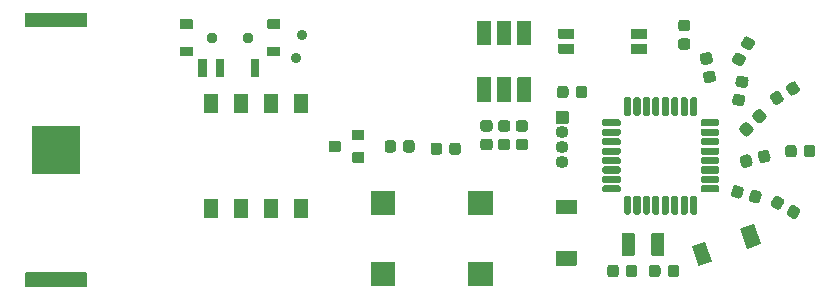
<source format=gbr>
%TF.GenerationSoftware,KiCad,Pcbnew,(5.99.0-1734-g575ad7128)*%
%TF.CreationDate,2020-06-02T15:09:08-04:00*%
%TF.ProjectId,DG376_KiCad,44473337-365f-44b6-9943-61642e6b6963,rev?*%
%TF.SameCoordinates,Original*%
%TF.FileFunction,Soldermask,Top*%
%TF.FilePolarity,Negative*%
%FSLAX46Y46*%
G04 Gerber Fmt 4.6, Leading zero omitted, Abs format (unit mm)*
G04 Created by KiCad (PCBNEW (5.99.0-1734-g575ad7128)) date 2020-06-02 15:09:08*
%MOMM*%
%LPD*%
G01*
G04 APERTURE LIST*
%ADD10O,1.100000X1.100000*%
%ADD11C,0.950000*%
%ADD12C,0.900000*%
G04 APERTURE END LIST*
%TO.C,SW3*%
G36*
G01*
X101660000Y-55300000D02*
X101660000Y-56800000D01*
G75*
G02*
X101610000Y-56850000I-50000J0D01*
G01*
X100510000Y-56850000D01*
G75*
G02*
X100460000Y-56800000I0J50000D01*
G01*
X100460000Y-55300000D01*
G75*
G02*
X100510000Y-55250000I50000J0D01*
G01*
X101610000Y-55250000D01*
G75*
G02*
X101660000Y-55300000I0J-50000D01*
G01*
G37*
G36*
G01*
X99120000Y-55300000D02*
X99120000Y-56800000D01*
G75*
G02*
X99070000Y-56850000I-50000J0D01*
G01*
X97970000Y-56850000D01*
G75*
G02*
X97920000Y-56800000I0J50000D01*
G01*
X97920000Y-55300000D01*
G75*
G02*
X97970000Y-55250000I50000J0D01*
G01*
X99070000Y-55250000D01*
G75*
G02*
X99120000Y-55300000I0J-50000D01*
G01*
G37*
G36*
G01*
X96580000Y-55300000D02*
X96580000Y-56800000D01*
G75*
G02*
X96530000Y-56850000I-50000J0D01*
G01*
X95430000Y-56850000D01*
G75*
G02*
X95380000Y-56800000I0J50000D01*
G01*
X95380000Y-55300000D01*
G75*
G02*
X95430000Y-55250000I50000J0D01*
G01*
X96530000Y-55250000D01*
G75*
G02*
X96580000Y-55300000I0J-50000D01*
G01*
G37*
G36*
G01*
X94040000Y-55300000D02*
X94040000Y-56800000D01*
G75*
G02*
X93990000Y-56850000I-50000J0D01*
G01*
X92890000Y-56850000D01*
G75*
G02*
X92840000Y-56800000I0J50000D01*
G01*
X92840000Y-55300000D01*
G75*
G02*
X92890000Y-55250000I50000J0D01*
G01*
X93990000Y-55250000D01*
G75*
G02*
X94040000Y-55300000I0J-50000D01*
G01*
G37*
G36*
G01*
X101660000Y-64200000D02*
X101660000Y-65700000D01*
G75*
G02*
X101610000Y-65750000I-50000J0D01*
G01*
X100510000Y-65750000D01*
G75*
G02*
X100460000Y-65700000I0J50000D01*
G01*
X100460000Y-64200000D01*
G75*
G02*
X100510000Y-64150000I50000J0D01*
G01*
X101610000Y-64150000D01*
G75*
G02*
X101660000Y-64200000I0J-50000D01*
G01*
G37*
G36*
G01*
X99120000Y-64200000D02*
X99120000Y-65700000D01*
G75*
G02*
X99070000Y-65750000I-50000J0D01*
G01*
X97970000Y-65750000D01*
G75*
G02*
X97920000Y-65700000I0J50000D01*
G01*
X97920000Y-64200000D01*
G75*
G02*
X97970000Y-64150000I50000J0D01*
G01*
X99070000Y-64150000D01*
G75*
G02*
X99120000Y-64200000I0J-50000D01*
G01*
G37*
G36*
G01*
X96580000Y-64200000D02*
X96580000Y-65700000D01*
G75*
G02*
X96530000Y-65750000I-50000J0D01*
G01*
X95430000Y-65750000D01*
G75*
G02*
X95380000Y-65700000I0J50000D01*
G01*
X95380000Y-64200000D01*
G75*
G02*
X95430000Y-64150000I50000J0D01*
G01*
X96530000Y-64150000D01*
G75*
G02*
X96580000Y-64200000I0J-50000D01*
G01*
G37*
G36*
G01*
X94040000Y-64200000D02*
X94040000Y-65700000D01*
G75*
G02*
X93990000Y-65750000I-50000J0D01*
G01*
X92890000Y-65750000D01*
G75*
G02*
X92840000Y-65700000I0J50000D01*
G01*
X92840000Y-64200000D01*
G75*
G02*
X92890000Y-64150000I50000J0D01*
G01*
X93990000Y-64150000D01*
G75*
G02*
X94040000Y-64200000I0J-50000D01*
G01*
G37*
%TD*%
%TO.C,SW7*%
G36*
G01*
X129050000Y-51005000D02*
X130300000Y-51005000D01*
G75*
G02*
X130350000Y-51055000I0J-50000D01*
G01*
X130350000Y-51815000D01*
G75*
G02*
X130300000Y-51865000I-50000J0D01*
G01*
X129050000Y-51865000D01*
G75*
G02*
X129000000Y-51815000I0J50000D01*
G01*
X129000000Y-51055000D01*
G75*
G02*
X129050000Y-51005000I50000J0D01*
G01*
G37*
G36*
G01*
X129050000Y-49735000D02*
X130300000Y-49735000D01*
G75*
G02*
X130350000Y-49785000I0J-50000D01*
G01*
X130350000Y-50545000D01*
G75*
G02*
X130300000Y-50595000I-50000J0D01*
G01*
X129050000Y-50595000D01*
G75*
G02*
X129000000Y-50545000I0J50000D01*
G01*
X129000000Y-49785000D01*
G75*
G02*
X129050000Y-49735000I50000J0D01*
G01*
G37*
G36*
G01*
X122900000Y-51005000D02*
X124150000Y-51005000D01*
G75*
G02*
X124200000Y-51055000I0J-50000D01*
G01*
X124200000Y-51815000D01*
G75*
G02*
X124150000Y-51865000I-50000J0D01*
G01*
X122900000Y-51865000D01*
G75*
G02*
X122850000Y-51815000I0J50000D01*
G01*
X122850000Y-51055000D01*
G75*
G02*
X122900000Y-51005000I50000J0D01*
G01*
G37*
G36*
G01*
X122900000Y-49735000D02*
X124150000Y-49735000D01*
G75*
G02*
X124200000Y-49785000I0J-50000D01*
G01*
X124200000Y-50545000D01*
G75*
G02*
X124150000Y-50595000I-50000J0D01*
G01*
X122900000Y-50595000D01*
G75*
G02*
X122850000Y-50545000I0J50000D01*
G01*
X122850000Y-49785000D01*
G75*
G02*
X122900000Y-49735000I50000J0D01*
G01*
G37*
%TD*%
%TO.C,R7*%
G36*
G01*
X138579072Y-54753396D02*
X138025117Y-54655719D01*
G75*
G02*
X137827397Y-54373345I42327J240047D01*
G01*
X137912051Y-53893252D01*
G75*
G02*
X138194425Y-53695532I240047J-42327D01*
G01*
X138748379Y-53793209D01*
G75*
G02*
X138946099Y-54075583I-42327J-240047D01*
G01*
X138861445Y-54555676D01*
G75*
G02*
X138579071Y-54753396I-240047J42327D01*
G01*
G37*
G36*
G01*
X138305576Y-56304468D02*
X137751621Y-56206791D01*
G75*
G02*
X137553901Y-55924417I42327J240047D01*
G01*
X137638555Y-55444324D01*
G75*
G02*
X137920929Y-55246604I240047J-42327D01*
G01*
X138474883Y-55344281D01*
G75*
G02*
X138672603Y-55626655I-42327J-240047D01*
G01*
X138587949Y-56106748D01*
G75*
G02*
X138305575Y-56304468I-240047J42327D01*
G01*
G37*
%TD*%
%TO.C,R6*%
G36*
G01*
X139717853Y-57679894D02*
X139320106Y-57282146D01*
G75*
G02*
X139320106Y-56937432I172357J172357D01*
G01*
X139664820Y-56592718D01*
G75*
G02*
X140009534Y-56592718I172357J-172357D01*
G01*
X140407282Y-56990466D01*
G75*
G02*
X140407282Y-57335180I-172357J-172357D01*
G01*
X140062568Y-57679894D01*
G75*
G02*
X139717854Y-57679894I-172357J172357D01*
G01*
G37*
G36*
G01*
X138604159Y-58793588D02*
X138206412Y-58395840D01*
G75*
G02*
X138206412Y-58051126I172357J172357D01*
G01*
X138551126Y-57706412D01*
G75*
G02*
X138895840Y-57706412I172357J-172357D01*
G01*
X139293588Y-58104160D01*
G75*
G02*
X139293588Y-58448874I-172357J-172357D01*
G01*
X138948874Y-58793588D01*
G75*
G02*
X138604160Y-58793588I-172357J172357D01*
G01*
G37*
%TD*%
%TO.C,R4*%
G36*
G01*
X139862571Y-60944021D02*
X139716986Y-60400688D01*
G75*
G02*
X139889343Y-60102157I235444J63087D01*
G01*
X140360232Y-59975982D01*
G75*
G02*
X140658763Y-60148339I63087J-235444D01*
G01*
X140804348Y-60691672D01*
G75*
G02*
X140631991Y-60990203I-235444J-63087D01*
G01*
X140161102Y-61116378D01*
G75*
G02*
X139862571Y-60944021I-63087J235444D01*
G01*
G37*
G36*
G01*
X138341237Y-61351661D02*
X138195652Y-60808328D01*
G75*
G02*
X138368009Y-60509797I235444J63087D01*
G01*
X138838898Y-60383622D01*
G75*
G02*
X139137429Y-60555979I63087J-235444D01*
G01*
X139283014Y-61099312D01*
G75*
G02*
X139110657Y-61397843I-235444J-63087D01*
G01*
X138639768Y-61524018D01*
G75*
G02*
X138341237Y-61351661I-63087J235444D01*
G01*
G37*
%TD*%
%TO.C,R3*%
G36*
G01*
X138966985Y-64099312D02*
X139112571Y-63555979D01*
G75*
G02*
X139411102Y-63383622I235444J-63087D01*
G01*
X139881991Y-63509797D01*
G75*
G02*
X140054348Y-63808328I-63087J-235444D01*
G01*
X139908763Y-64351661D01*
G75*
G02*
X139610232Y-64524018I-235444J63087D01*
G01*
X139139343Y-64397843D01*
G75*
G02*
X138966986Y-64099312I63087J235444D01*
G01*
G37*
G36*
G01*
X137445651Y-63691672D02*
X137591237Y-63148339D01*
G75*
G02*
X137889768Y-62975982I235444J-63087D01*
G01*
X138360657Y-63102157D01*
G75*
G02*
X138533014Y-63400688I-63087J-235444D01*
G01*
X138387429Y-63944021D01*
G75*
G02*
X138088898Y-64116378I-235444J63087D01*
G01*
X137618009Y-63990203D01*
G75*
G02*
X137445652Y-63691672I63087J235444D01*
G01*
G37*
%TD*%
%TO.C,C3*%
G36*
G01*
X124300000Y-55381250D02*
X124300000Y-54818750D01*
G75*
G02*
X124543750Y-54575000I243750J0D01*
G01*
X125031250Y-54575000D01*
G75*
G02*
X125275000Y-54818750I0J-243750D01*
G01*
X125275000Y-55381250D01*
G75*
G02*
X125031250Y-55625000I-243750J0D01*
G01*
X124543750Y-55625000D01*
G75*
G02*
X124300000Y-55381250I0J243750D01*
G01*
G37*
G36*
G01*
X122725000Y-55381250D02*
X122725000Y-54818750D01*
G75*
G02*
X122968750Y-54575000I243750J0D01*
G01*
X123456250Y-54575000D01*
G75*
G02*
X123700000Y-54818750I0J-243750D01*
G01*
X123700000Y-55381250D01*
G75*
G02*
X123456250Y-55625000I-243750J0D01*
G01*
X122968750Y-55625000D01*
G75*
G02*
X122725000Y-55381250I0J243750D01*
G01*
G37*
%TD*%
D10*
%TO.C,J1*%
X123150000Y-61060000D03*
X123150000Y-59790000D03*
X123150000Y-58520000D03*
G36*
G01*
X122600000Y-57750000D02*
X122600000Y-56750000D01*
G75*
G02*
X122650000Y-56700000I50000J0D01*
G01*
X123650000Y-56700000D01*
G75*
G02*
X123700000Y-56750000I0J-50000D01*
G01*
X123700000Y-57750000D01*
G75*
G02*
X123650000Y-57800000I-50000J0D01*
G01*
X122650000Y-57800000D01*
G75*
G02*
X122600000Y-57750000I0J50000D01*
G01*
G37*
%TD*%
%TO.C,Y1*%
G36*
G01*
X128200000Y-68900000D02*
X128200000Y-67100000D01*
G75*
G02*
X128250000Y-67050000I50000J0D01*
G01*
X129250000Y-67050000D01*
G75*
G02*
X129300000Y-67100000I0J-50000D01*
G01*
X129300000Y-68900000D01*
G75*
G02*
X129250000Y-68950000I-50000J0D01*
G01*
X128250000Y-68950000D01*
G75*
G02*
X128200000Y-68900000I0J50000D01*
G01*
G37*
G36*
G01*
X130700000Y-68900000D02*
X130700000Y-67100000D01*
G75*
G02*
X130750000Y-67050000I50000J0D01*
G01*
X131750000Y-67050000D01*
G75*
G02*
X131800000Y-67100000I0J-50000D01*
G01*
X131800000Y-68900000D01*
G75*
G02*
X131750000Y-68950000I-50000J0D01*
G01*
X130750000Y-68950000D01*
G75*
G02*
X130700000Y-68900000I0J50000D01*
G01*
G37*
%TD*%
%TO.C,U1*%
G36*
G01*
X127975000Y-63600000D02*
X126675000Y-63600000D01*
G75*
G02*
X126525000Y-63450000I0J150000D01*
G01*
X126525000Y-63150000D01*
G75*
G02*
X126675000Y-63000000I150000J0D01*
G01*
X127975000Y-63000000D01*
G75*
G02*
X128125000Y-63150000I0J-150000D01*
G01*
X128125000Y-63450000D01*
G75*
G02*
X127975000Y-63600000I-150000J0D01*
G01*
G37*
G36*
G01*
X127975000Y-62800000D02*
X126675000Y-62800000D01*
G75*
G02*
X126525000Y-62650000I0J150000D01*
G01*
X126525000Y-62350000D01*
G75*
G02*
X126675000Y-62200000I150000J0D01*
G01*
X127975000Y-62200000D01*
G75*
G02*
X128125000Y-62350000I0J-150000D01*
G01*
X128125000Y-62650000D01*
G75*
G02*
X127975000Y-62800000I-150000J0D01*
G01*
G37*
G36*
G01*
X127975000Y-62000000D02*
X126675000Y-62000000D01*
G75*
G02*
X126525000Y-61850000I0J150000D01*
G01*
X126525000Y-61550000D01*
G75*
G02*
X126675000Y-61400000I150000J0D01*
G01*
X127975000Y-61400000D01*
G75*
G02*
X128125000Y-61550000I0J-150000D01*
G01*
X128125000Y-61850000D01*
G75*
G02*
X127975000Y-62000000I-150000J0D01*
G01*
G37*
G36*
G01*
X127975000Y-61200000D02*
X126675000Y-61200000D01*
G75*
G02*
X126525000Y-61050000I0J150000D01*
G01*
X126525000Y-60750000D01*
G75*
G02*
X126675000Y-60600000I150000J0D01*
G01*
X127975000Y-60600000D01*
G75*
G02*
X128125000Y-60750000I0J-150000D01*
G01*
X128125000Y-61050000D01*
G75*
G02*
X127975000Y-61200000I-150000J0D01*
G01*
G37*
G36*
G01*
X127975000Y-60400000D02*
X126675000Y-60400000D01*
G75*
G02*
X126525000Y-60250000I0J150000D01*
G01*
X126525000Y-59950000D01*
G75*
G02*
X126675000Y-59800000I150000J0D01*
G01*
X127975000Y-59800000D01*
G75*
G02*
X128125000Y-59950000I0J-150000D01*
G01*
X128125000Y-60250000D01*
G75*
G02*
X127975000Y-60400000I-150000J0D01*
G01*
G37*
G36*
G01*
X127975000Y-59600000D02*
X126675000Y-59600000D01*
G75*
G02*
X126525000Y-59450000I0J150000D01*
G01*
X126525000Y-59150000D01*
G75*
G02*
X126675000Y-59000000I150000J0D01*
G01*
X127975000Y-59000000D01*
G75*
G02*
X128125000Y-59150000I0J-150000D01*
G01*
X128125000Y-59450000D01*
G75*
G02*
X127975000Y-59600000I-150000J0D01*
G01*
G37*
G36*
G01*
X127975000Y-58800000D02*
X126675000Y-58800000D01*
G75*
G02*
X126525000Y-58650000I0J150000D01*
G01*
X126525000Y-58350000D01*
G75*
G02*
X126675000Y-58200000I150000J0D01*
G01*
X127975000Y-58200000D01*
G75*
G02*
X128125000Y-58350000I0J-150000D01*
G01*
X128125000Y-58650000D01*
G75*
G02*
X127975000Y-58800000I-150000J0D01*
G01*
G37*
G36*
G01*
X127975000Y-58000000D02*
X126675000Y-58000000D01*
G75*
G02*
X126525000Y-57850000I0J150000D01*
G01*
X126525000Y-57550000D01*
G75*
G02*
X126675000Y-57400000I150000J0D01*
G01*
X127975000Y-57400000D01*
G75*
G02*
X128125000Y-57550000I0J-150000D01*
G01*
X128125000Y-57850000D01*
G75*
G02*
X127975000Y-58000000I-150000J0D01*
G01*
G37*
G36*
G01*
X128850000Y-57125000D02*
X128550000Y-57125000D01*
G75*
G02*
X128400000Y-56975000I0J150000D01*
G01*
X128400000Y-55675000D01*
G75*
G02*
X128550000Y-55525000I150000J0D01*
G01*
X128850000Y-55525000D01*
G75*
G02*
X129000000Y-55675000I0J-150000D01*
G01*
X129000000Y-56975000D01*
G75*
G02*
X128850000Y-57125000I-150000J0D01*
G01*
G37*
G36*
G01*
X129650000Y-57125000D02*
X129350000Y-57125000D01*
G75*
G02*
X129200000Y-56975000I0J150000D01*
G01*
X129200000Y-55675000D01*
G75*
G02*
X129350000Y-55525000I150000J0D01*
G01*
X129650000Y-55525000D01*
G75*
G02*
X129800000Y-55675000I0J-150000D01*
G01*
X129800000Y-56975000D01*
G75*
G02*
X129650000Y-57125000I-150000J0D01*
G01*
G37*
G36*
G01*
X130450000Y-57125000D02*
X130150000Y-57125000D01*
G75*
G02*
X130000000Y-56975000I0J150000D01*
G01*
X130000000Y-55675000D01*
G75*
G02*
X130150000Y-55525000I150000J0D01*
G01*
X130450000Y-55525000D01*
G75*
G02*
X130600000Y-55675000I0J-150000D01*
G01*
X130600000Y-56975000D01*
G75*
G02*
X130450000Y-57125000I-150000J0D01*
G01*
G37*
G36*
G01*
X131250000Y-57125000D02*
X130950000Y-57125000D01*
G75*
G02*
X130800000Y-56975000I0J150000D01*
G01*
X130800000Y-55675000D01*
G75*
G02*
X130950000Y-55525000I150000J0D01*
G01*
X131250000Y-55525000D01*
G75*
G02*
X131400000Y-55675000I0J-150000D01*
G01*
X131400000Y-56975000D01*
G75*
G02*
X131250000Y-57125000I-150000J0D01*
G01*
G37*
G36*
G01*
X132050000Y-57125000D02*
X131750000Y-57125000D01*
G75*
G02*
X131600000Y-56975000I0J150000D01*
G01*
X131600000Y-55675000D01*
G75*
G02*
X131750000Y-55525000I150000J0D01*
G01*
X132050000Y-55525000D01*
G75*
G02*
X132200000Y-55675000I0J-150000D01*
G01*
X132200000Y-56975000D01*
G75*
G02*
X132050000Y-57125000I-150000J0D01*
G01*
G37*
G36*
G01*
X132850000Y-57125000D02*
X132550000Y-57125000D01*
G75*
G02*
X132400000Y-56975000I0J150000D01*
G01*
X132400000Y-55675000D01*
G75*
G02*
X132550000Y-55525000I150000J0D01*
G01*
X132850000Y-55525000D01*
G75*
G02*
X133000000Y-55675000I0J-150000D01*
G01*
X133000000Y-56975000D01*
G75*
G02*
X132850000Y-57125000I-150000J0D01*
G01*
G37*
G36*
G01*
X133650000Y-57125000D02*
X133350000Y-57125000D01*
G75*
G02*
X133200000Y-56975000I0J150000D01*
G01*
X133200000Y-55675000D01*
G75*
G02*
X133350000Y-55525000I150000J0D01*
G01*
X133650000Y-55525000D01*
G75*
G02*
X133800000Y-55675000I0J-150000D01*
G01*
X133800000Y-56975000D01*
G75*
G02*
X133650000Y-57125000I-150000J0D01*
G01*
G37*
G36*
G01*
X134450000Y-57125000D02*
X134150000Y-57125000D01*
G75*
G02*
X134000000Y-56975000I0J150000D01*
G01*
X134000000Y-55675000D01*
G75*
G02*
X134150000Y-55525000I150000J0D01*
G01*
X134450000Y-55525000D01*
G75*
G02*
X134600000Y-55675000I0J-150000D01*
G01*
X134600000Y-56975000D01*
G75*
G02*
X134450000Y-57125000I-150000J0D01*
G01*
G37*
G36*
G01*
X136325000Y-58000000D02*
X135025000Y-58000000D01*
G75*
G02*
X134875000Y-57850000I0J150000D01*
G01*
X134875000Y-57550000D01*
G75*
G02*
X135025000Y-57400000I150000J0D01*
G01*
X136325000Y-57400000D01*
G75*
G02*
X136475000Y-57550000I0J-150000D01*
G01*
X136475000Y-57850000D01*
G75*
G02*
X136325000Y-58000000I-150000J0D01*
G01*
G37*
G36*
G01*
X136325000Y-58800000D02*
X135025000Y-58800000D01*
G75*
G02*
X134875000Y-58650000I0J150000D01*
G01*
X134875000Y-58350000D01*
G75*
G02*
X135025000Y-58200000I150000J0D01*
G01*
X136325000Y-58200000D01*
G75*
G02*
X136475000Y-58350000I0J-150000D01*
G01*
X136475000Y-58650000D01*
G75*
G02*
X136325000Y-58800000I-150000J0D01*
G01*
G37*
G36*
G01*
X136325000Y-59600000D02*
X135025000Y-59600000D01*
G75*
G02*
X134875000Y-59450000I0J150000D01*
G01*
X134875000Y-59150000D01*
G75*
G02*
X135025000Y-59000000I150000J0D01*
G01*
X136325000Y-59000000D01*
G75*
G02*
X136475000Y-59150000I0J-150000D01*
G01*
X136475000Y-59450000D01*
G75*
G02*
X136325000Y-59600000I-150000J0D01*
G01*
G37*
G36*
G01*
X136325000Y-60400000D02*
X135025000Y-60400000D01*
G75*
G02*
X134875000Y-60250000I0J150000D01*
G01*
X134875000Y-59950000D01*
G75*
G02*
X135025000Y-59800000I150000J0D01*
G01*
X136325000Y-59800000D01*
G75*
G02*
X136475000Y-59950000I0J-150000D01*
G01*
X136475000Y-60250000D01*
G75*
G02*
X136325000Y-60400000I-150000J0D01*
G01*
G37*
G36*
G01*
X136325000Y-61200000D02*
X135025000Y-61200000D01*
G75*
G02*
X134875000Y-61050000I0J150000D01*
G01*
X134875000Y-60750000D01*
G75*
G02*
X135025000Y-60600000I150000J0D01*
G01*
X136325000Y-60600000D01*
G75*
G02*
X136475000Y-60750000I0J-150000D01*
G01*
X136475000Y-61050000D01*
G75*
G02*
X136325000Y-61200000I-150000J0D01*
G01*
G37*
G36*
G01*
X136325000Y-62000000D02*
X135025000Y-62000000D01*
G75*
G02*
X134875000Y-61850000I0J150000D01*
G01*
X134875000Y-61550000D01*
G75*
G02*
X135025000Y-61400000I150000J0D01*
G01*
X136325000Y-61400000D01*
G75*
G02*
X136475000Y-61550000I0J-150000D01*
G01*
X136475000Y-61850000D01*
G75*
G02*
X136325000Y-62000000I-150000J0D01*
G01*
G37*
G36*
G01*
X136325000Y-62800000D02*
X135025000Y-62800000D01*
G75*
G02*
X134875000Y-62650000I0J150000D01*
G01*
X134875000Y-62350000D01*
G75*
G02*
X135025000Y-62200000I150000J0D01*
G01*
X136325000Y-62200000D01*
G75*
G02*
X136475000Y-62350000I0J-150000D01*
G01*
X136475000Y-62650000D01*
G75*
G02*
X136325000Y-62800000I-150000J0D01*
G01*
G37*
G36*
G01*
X136325000Y-63600000D02*
X135025000Y-63600000D01*
G75*
G02*
X134875000Y-63450000I0J150000D01*
G01*
X134875000Y-63150000D01*
G75*
G02*
X135025000Y-63000000I150000J0D01*
G01*
X136325000Y-63000000D01*
G75*
G02*
X136475000Y-63150000I0J-150000D01*
G01*
X136475000Y-63450000D01*
G75*
G02*
X136325000Y-63600000I-150000J0D01*
G01*
G37*
G36*
G01*
X134450000Y-65475000D02*
X134150000Y-65475000D01*
G75*
G02*
X134000000Y-65325000I0J150000D01*
G01*
X134000000Y-64025000D01*
G75*
G02*
X134150000Y-63875000I150000J0D01*
G01*
X134450000Y-63875000D01*
G75*
G02*
X134600000Y-64025000I0J-150000D01*
G01*
X134600000Y-65325000D01*
G75*
G02*
X134450000Y-65475000I-150000J0D01*
G01*
G37*
G36*
G01*
X133650000Y-65475000D02*
X133350000Y-65475000D01*
G75*
G02*
X133200000Y-65325000I0J150000D01*
G01*
X133200000Y-64025000D01*
G75*
G02*
X133350000Y-63875000I150000J0D01*
G01*
X133650000Y-63875000D01*
G75*
G02*
X133800000Y-64025000I0J-150000D01*
G01*
X133800000Y-65325000D01*
G75*
G02*
X133650000Y-65475000I-150000J0D01*
G01*
G37*
G36*
G01*
X132850000Y-65475000D02*
X132550000Y-65475000D01*
G75*
G02*
X132400000Y-65325000I0J150000D01*
G01*
X132400000Y-64025000D01*
G75*
G02*
X132550000Y-63875000I150000J0D01*
G01*
X132850000Y-63875000D01*
G75*
G02*
X133000000Y-64025000I0J-150000D01*
G01*
X133000000Y-65325000D01*
G75*
G02*
X132850000Y-65475000I-150000J0D01*
G01*
G37*
G36*
G01*
X132050000Y-65475000D02*
X131750000Y-65475000D01*
G75*
G02*
X131600000Y-65325000I0J150000D01*
G01*
X131600000Y-64025000D01*
G75*
G02*
X131750000Y-63875000I150000J0D01*
G01*
X132050000Y-63875000D01*
G75*
G02*
X132200000Y-64025000I0J-150000D01*
G01*
X132200000Y-65325000D01*
G75*
G02*
X132050000Y-65475000I-150000J0D01*
G01*
G37*
G36*
G01*
X131250000Y-65475000D02*
X130950000Y-65475000D01*
G75*
G02*
X130800000Y-65325000I0J150000D01*
G01*
X130800000Y-64025000D01*
G75*
G02*
X130950000Y-63875000I150000J0D01*
G01*
X131250000Y-63875000D01*
G75*
G02*
X131400000Y-64025000I0J-150000D01*
G01*
X131400000Y-65325000D01*
G75*
G02*
X131250000Y-65475000I-150000J0D01*
G01*
G37*
G36*
G01*
X130450000Y-65475000D02*
X130150000Y-65475000D01*
G75*
G02*
X130000000Y-65325000I0J150000D01*
G01*
X130000000Y-64025000D01*
G75*
G02*
X130150000Y-63875000I150000J0D01*
G01*
X130450000Y-63875000D01*
G75*
G02*
X130600000Y-64025000I0J-150000D01*
G01*
X130600000Y-65325000D01*
G75*
G02*
X130450000Y-65475000I-150000J0D01*
G01*
G37*
G36*
G01*
X129650000Y-65475000D02*
X129350000Y-65475000D01*
G75*
G02*
X129200000Y-65325000I0J150000D01*
G01*
X129200000Y-64025000D01*
G75*
G02*
X129350000Y-63875000I150000J0D01*
G01*
X129650000Y-63875000D01*
G75*
G02*
X129800000Y-64025000I0J-150000D01*
G01*
X129800000Y-65325000D01*
G75*
G02*
X129650000Y-65475000I-150000J0D01*
G01*
G37*
G36*
G01*
X128850000Y-65475000D02*
X128550000Y-65475000D01*
G75*
G02*
X128400000Y-65325000I0J150000D01*
G01*
X128400000Y-64025000D01*
G75*
G02*
X128550000Y-63875000I150000J0D01*
G01*
X128850000Y-63875000D01*
G75*
G02*
X129000000Y-64025000I0J-150000D01*
G01*
X129000000Y-65325000D01*
G75*
G02*
X128850000Y-65475000I-150000J0D01*
G01*
G37*
%TD*%
%TO.C,SW6*%
G36*
G01*
X122650000Y-68550000D02*
X124350000Y-68550000D01*
G75*
G02*
X124400000Y-68600000I0J-50000D01*
G01*
X124400000Y-69750000D01*
G75*
G02*
X124350000Y-69800000I-50000J0D01*
G01*
X122650000Y-69800000D01*
G75*
G02*
X122600000Y-69750000I0J50000D01*
G01*
X122600000Y-68600000D01*
G75*
G02*
X122650000Y-68550000I50000J0D01*
G01*
G37*
G36*
G01*
X122650000Y-64200000D02*
X124350000Y-64200000D01*
G75*
G02*
X124400000Y-64250000I0J-50000D01*
G01*
X124400000Y-65400000D01*
G75*
G02*
X124350000Y-65450000I-50000J0D01*
G01*
X122650000Y-65450000D01*
G75*
G02*
X122600000Y-65400000I0J50000D01*
G01*
X122600000Y-64250000D01*
G75*
G02*
X122650000Y-64200000I50000J0D01*
G01*
G37*
%TD*%
%TO.C,SW5*%
G36*
G01*
X135296591Y-67787499D02*
X135878025Y-69384976D01*
G75*
G02*
X135848141Y-69449062I-46985J-17101D01*
G01*
X134767495Y-69842385D01*
G75*
G02*
X134703409Y-69812501I-17101J46985D01*
G01*
X134121975Y-68215024D01*
G75*
G02*
X134151859Y-68150938I46985J17101D01*
G01*
X135232505Y-67757615D01*
G75*
G02*
X135296591Y-67787499I17101J-46985D01*
G01*
G37*
G36*
G01*
X139384253Y-66299711D02*
X139965687Y-67897188D01*
G75*
G02*
X139935803Y-67961274I-46985J-17101D01*
G01*
X138855157Y-68354597D01*
G75*
G02*
X138791071Y-68324713I-17101J46985D01*
G01*
X138209637Y-66727236D01*
G75*
G02*
X138239521Y-66663150I46985J17101D01*
G01*
X139320167Y-66269827D01*
G75*
G02*
X139384253Y-66299711I17101J-46985D01*
G01*
G37*
%TD*%
%TO.C,SW4*%
G36*
G01*
X117250000Y-65550000D02*
X115250000Y-65550000D01*
G75*
G02*
X115200000Y-65500000I0J50000D01*
G01*
X115200000Y-63500000D01*
G75*
G02*
X115250000Y-63450000I50000J0D01*
G01*
X117250000Y-63450000D01*
G75*
G02*
X117300000Y-63500000I0J-50000D01*
G01*
X117300000Y-65500000D01*
G75*
G02*
X117250000Y-65550000I-50000J0D01*
G01*
G37*
G36*
G01*
X117250000Y-71550000D02*
X115250000Y-71550000D01*
G75*
G02*
X115200000Y-71500000I0J50000D01*
G01*
X115200000Y-69500000D01*
G75*
G02*
X115250000Y-69450000I50000J0D01*
G01*
X117250000Y-69450000D01*
G75*
G02*
X117300000Y-69500000I0J-50000D01*
G01*
X117300000Y-71500000D01*
G75*
G02*
X117250000Y-71550000I-50000J0D01*
G01*
G37*
%TD*%
%TO.C,SW2*%
G36*
G01*
X107000000Y-69450000D02*
X109000000Y-69450000D01*
G75*
G02*
X109050000Y-69500000I0J-50000D01*
G01*
X109050000Y-71500000D01*
G75*
G02*
X109000000Y-71550000I-50000J0D01*
G01*
X107000000Y-71550000D01*
G75*
G02*
X106950000Y-71500000I0J50000D01*
G01*
X106950000Y-69500000D01*
G75*
G02*
X107000000Y-69450000I50000J0D01*
G01*
G37*
G36*
G01*
X107000000Y-63450000D02*
X109000000Y-63450000D01*
G75*
G02*
X109050000Y-63500000I0J-50000D01*
G01*
X109050000Y-65500000D01*
G75*
G02*
X109000000Y-65550000I-50000J0D01*
G01*
X107000000Y-65550000D01*
G75*
G02*
X106950000Y-65500000I0J50000D01*
G01*
X106950000Y-63500000D01*
G75*
G02*
X107000000Y-63450000I50000J0D01*
G01*
G37*
%TD*%
%TO.C,SW1*%
G36*
G01*
X93070000Y-52314000D02*
X93070000Y-53814000D01*
G75*
G02*
X93020000Y-53864000I-50000J0D01*
G01*
X92420000Y-53864000D01*
G75*
G02*
X92370000Y-53814000I0J50000D01*
G01*
X92370000Y-52314000D01*
G75*
G02*
X92420000Y-52264000I50000J0D01*
G01*
X93020000Y-52264000D01*
G75*
G02*
X93070000Y-52314000I0J-50000D01*
G01*
G37*
G36*
G01*
X94520000Y-52314000D02*
X94520000Y-53814000D01*
G75*
G02*
X94470000Y-53864000I-50000J0D01*
G01*
X93870000Y-53864000D01*
G75*
G02*
X93820000Y-53814000I0J50000D01*
G01*
X93820000Y-52314000D01*
G75*
G02*
X93870000Y-52264000I50000J0D01*
G01*
X94470000Y-52264000D01*
G75*
G02*
X94520000Y-52314000I0J-50000D01*
G01*
G37*
D11*
X93550000Y-50500000D03*
X96550000Y-50500000D03*
G36*
G01*
X97520000Y-52314000D02*
X97520000Y-53814000D01*
G75*
G02*
X97470000Y-53864000I-50000J0D01*
G01*
X96870000Y-53864000D01*
G75*
G02*
X96820000Y-53814000I0J50000D01*
G01*
X96820000Y-52314000D01*
G75*
G02*
X96870000Y-52264000I50000J0D01*
G01*
X97470000Y-52264000D01*
G75*
G02*
X97520000Y-52314000I0J-50000D01*
G01*
G37*
G36*
G01*
X91900000Y-51300000D02*
X91900000Y-52000000D01*
G75*
G02*
X91850000Y-52050000I-50000J0D01*
G01*
X90850000Y-52050000D01*
G75*
G02*
X90800000Y-52000000I0J50000D01*
G01*
X90800000Y-51300000D01*
G75*
G02*
X90850000Y-51250000I50000J0D01*
G01*
X91850000Y-51250000D01*
G75*
G02*
X91900000Y-51300000I0J-50000D01*
G01*
G37*
G36*
G01*
X99300000Y-51300000D02*
X99300000Y-52000000D01*
G75*
G02*
X99250000Y-52050000I-50000J0D01*
G01*
X98250000Y-52050000D01*
G75*
G02*
X98200000Y-52000000I0J50000D01*
G01*
X98200000Y-51300000D01*
G75*
G02*
X98250000Y-51250000I50000J0D01*
G01*
X99250000Y-51250000D01*
G75*
G02*
X99300000Y-51300000I0J-50000D01*
G01*
G37*
G36*
G01*
X91900000Y-49000000D02*
X91900000Y-49700000D01*
G75*
G02*
X91850000Y-49750000I-50000J0D01*
G01*
X90850000Y-49750000D01*
G75*
G02*
X90800000Y-49700000I0J50000D01*
G01*
X90800000Y-49000000D01*
G75*
G02*
X90850000Y-48950000I50000J0D01*
G01*
X91850000Y-48950000D01*
G75*
G02*
X91900000Y-49000000I0J-50000D01*
G01*
G37*
G36*
G01*
X99300000Y-49000000D02*
X99300000Y-49700000D01*
G75*
G02*
X99250000Y-49750000I-50000J0D01*
G01*
X98250000Y-49750000D01*
G75*
G02*
X98200000Y-49700000I0J50000D01*
G01*
X98200000Y-49000000D01*
G75*
G02*
X98250000Y-48950000I50000J0D01*
G01*
X99250000Y-48950000D01*
G75*
G02*
X99300000Y-49000000I0J-50000D01*
G01*
G37*
%TD*%
%TO.C,R12*%
G36*
G01*
X109700000Y-59981250D02*
X109700000Y-59418750D01*
G75*
G02*
X109943750Y-59175000I243750J0D01*
G01*
X110431250Y-59175000D01*
G75*
G02*
X110675000Y-59418750I0J-243750D01*
G01*
X110675000Y-59981250D01*
G75*
G02*
X110431250Y-60225000I-243750J0D01*
G01*
X109943750Y-60225000D01*
G75*
G02*
X109700000Y-59981250I0J243750D01*
G01*
G37*
G36*
G01*
X108125000Y-59981250D02*
X108125000Y-59418750D01*
G75*
G02*
X108368750Y-59175000I243750J0D01*
G01*
X108856250Y-59175000D01*
G75*
G02*
X109100000Y-59418750I0J-243750D01*
G01*
X109100000Y-59981250D01*
G75*
G02*
X108856250Y-60225000I-243750J0D01*
G01*
X108368750Y-60225000D01*
G75*
G02*
X108125000Y-59981250I0J243750D01*
G01*
G37*
%TD*%
%TO.C,R11*%
G36*
G01*
X113000000Y-59618750D02*
X113000000Y-60181250D01*
G75*
G02*
X112756250Y-60425000I-243750J0D01*
G01*
X112268750Y-60425000D01*
G75*
G02*
X112025000Y-60181250I0J243750D01*
G01*
X112025000Y-59618750D01*
G75*
G02*
X112268750Y-59375000I243750J0D01*
G01*
X112756250Y-59375000D01*
G75*
G02*
X113000000Y-59618750I0J-243750D01*
G01*
G37*
G36*
G01*
X114575000Y-59618750D02*
X114575000Y-60181250D01*
G75*
G02*
X114331250Y-60425000I-243750J0D01*
G01*
X113843750Y-60425000D01*
G75*
G02*
X113600000Y-60181250I0J243750D01*
G01*
X113600000Y-59618750D01*
G75*
G02*
X113843750Y-59375000I243750J0D01*
G01*
X114331250Y-59375000D01*
G75*
G02*
X114575000Y-59618750I0J-243750D01*
G01*
G37*
%TD*%
%TO.C,R10*%
G36*
G01*
X119468750Y-59050000D02*
X120031250Y-59050000D01*
G75*
G02*
X120275000Y-59293750I0J-243750D01*
G01*
X120275000Y-59781250D01*
G75*
G02*
X120031250Y-60025000I-243750J0D01*
G01*
X119468750Y-60025000D01*
G75*
G02*
X119225000Y-59781250I0J243750D01*
G01*
X119225000Y-59293750D01*
G75*
G02*
X119468750Y-59050000I243750J0D01*
G01*
G37*
G36*
G01*
X119468750Y-57475000D02*
X120031250Y-57475000D01*
G75*
G02*
X120275000Y-57718750I0J-243750D01*
G01*
X120275000Y-58206250D01*
G75*
G02*
X120031250Y-58450000I-243750J0D01*
G01*
X119468750Y-58450000D01*
G75*
G02*
X119225000Y-58206250I0J243750D01*
G01*
X119225000Y-57718750D01*
G75*
G02*
X119468750Y-57475000I243750J0D01*
G01*
G37*
%TD*%
%TO.C,R9*%
G36*
G01*
X117968750Y-59050000D02*
X118531250Y-59050000D01*
G75*
G02*
X118775000Y-59293750I0J-243750D01*
G01*
X118775000Y-59781250D01*
G75*
G02*
X118531250Y-60025000I-243750J0D01*
G01*
X117968750Y-60025000D01*
G75*
G02*
X117725000Y-59781250I0J243750D01*
G01*
X117725000Y-59293750D01*
G75*
G02*
X117968750Y-59050000I243750J0D01*
G01*
G37*
G36*
G01*
X117968750Y-57475000D02*
X118531250Y-57475000D01*
G75*
G02*
X118775000Y-57718750I0J-243750D01*
G01*
X118775000Y-58206250D01*
G75*
G02*
X118531250Y-58450000I-243750J0D01*
G01*
X117968750Y-58450000D01*
G75*
G02*
X117725000Y-58206250I0J243750D01*
G01*
X117725000Y-57718750D01*
G75*
G02*
X117968750Y-57475000I243750J0D01*
G01*
G37*
%TD*%
%TO.C,R8*%
G36*
G01*
X116468750Y-59050000D02*
X117031250Y-59050000D01*
G75*
G02*
X117275000Y-59293750I0J-243750D01*
G01*
X117275000Y-59781250D01*
G75*
G02*
X117031250Y-60025000I-243750J0D01*
G01*
X116468750Y-60025000D01*
G75*
G02*
X116225000Y-59781250I0J243750D01*
G01*
X116225000Y-59293750D01*
G75*
G02*
X116468750Y-59050000I243750J0D01*
G01*
G37*
G36*
G01*
X116468750Y-57475000D02*
X117031250Y-57475000D01*
G75*
G02*
X117275000Y-57718750I0J-243750D01*
G01*
X117275000Y-58206250D01*
G75*
G02*
X117031250Y-58450000I-243750J0D01*
G01*
X116468750Y-58450000D01*
G75*
G02*
X116225000Y-58206250I0J243750D01*
G01*
X116225000Y-57718750D01*
G75*
G02*
X116468750Y-57475000I243750J0D01*
G01*
G37*
%TD*%
%TO.C,R5*%
G36*
G01*
X135724883Y-52685719D02*
X135170929Y-52783396D01*
G75*
G02*
X134888555Y-52585676I-42327J240047D01*
G01*
X134803901Y-52105583D01*
G75*
G02*
X135001621Y-51823209I240047J42327D01*
G01*
X135555575Y-51725532D01*
G75*
G02*
X135837949Y-51923252I42327J-240047D01*
G01*
X135922603Y-52403345D01*
G75*
G02*
X135724883Y-52685719I-240047J-42327D01*
G01*
G37*
G36*
G01*
X135998379Y-54236791D02*
X135444425Y-54334468D01*
G75*
G02*
X135162051Y-54136748I-42327J240047D01*
G01*
X135077397Y-53656655D01*
G75*
G02*
X135275117Y-53374281I240047J42327D01*
G01*
X135829071Y-53276604D01*
G75*
G02*
X136111445Y-53474324I42327J-240047D01*
G01*
X136196099Y-53954417D01*
G75*
G02*
X135998379Y-54236791I-240047J-42327D01*
G01*
G37*
%TD*%
%TO.C,Q1*%
G36*
G01*
X104400000Y-59300000D02*
X104400000Y-60100000D01*
G75*
G02*
X104350000Y-60150000I-50000J0D01*
G01*
X103450000Y-60150000D01*
G75*
G02*
X103400000Y-60100000I0J50000D01*
G01*
X103400000Y-59300000D01*
G75*
G02*
X103450000Y-59250000I50000J0D01*
G01*
X104350000Y-59250000D01*
G75*
G02*
X104400000Y-59300000I0J-50000D01*
G01*
G37*
G36*
G01*
X106400000Y-58350000D02*
X106400000Y-59150000D01*
G75*
G02*
X106350000Y-59200000I-50000J0D01*
G01*
X105450000Y-59200000D01*
G75*
G02*
X105400000Y-59150000I0J50000D01*
G01*
X105400000Y-58350000D01*
G75*
G02*
X105450000Y-58300000I50000J0D01*
G01*
X106350000Y-58300000D01*
G75*
G02*
X106400000Y-58350000I0J-50000D01*
G01*
G37*
G36*
G01*
X106400000Y-60250000D02*
X106400000Y-61050000D01*
G75*
G02*
X106350000Y-61100000I-50000J0D01*
G01*
X105450000Y-61100000D01*
G75*
G02*
X105400000Y-61050000I0J50000D01*
G01*
X105400000Y-60250000D01*
G75*
G02*
X105450000Y-60200000I50000J0D01*
G01*
X106350000Y-60200000D01*
G75*
G02*
X106400000Y-60250000I0J-50000D01*
G01*
G37*
%TD*%
D12*
%TO.C,M1*%
X100645304Y-52246219D03*
X101171225Y-50283458D03*
%TD*%
%TO.C,D6*%
G36*
G01*
X141948822Y-64462680D02*
X141667573Y-64949820D01*
G75*
G02*
X141334604Y-65039039I-211094J121875D01*
G01*
X140912416Y-64795289D01*
G75*
G02*
X140823197Y-64462320I121875J211094D01*
G01*
X141104447Y-63975180D01*
G75*
G02*
X141437416Y-63885961I211094J-121875D01*
G01*
X141859604Y-64129711D01*
G75*
G02*
X141948823Y-64462680I-121875J-211094D01*
G01*
G37*
G36*
G01*
X143312812Y-65250180D02*
X143031563Y-65737320D01*
G75*
G02*
X142698594Y-65826539I-211094J121875D01*
G01*
X142276406Y-65582789D01*
G75*
G02*
X142187187Y-65249820I121875J211094D01*
G01*
X142468437Y-64762680D01*
G75*
G02*
X142801406Y-64673461I211094J-121875D01*
G01*
X143223594Y-64917211D01*
G75*
G02*
X143312813Y-65250180I-121875J-211094D01*
G01*
G37*
%TD*%
%TO.C,D5*%
G36*
G01*
X133218750Y-50550000D02*
X133781250Y-50550000D01*
G75*
G02*
X134025000Y-50793750I0J-243750D01*
G01*
X134025000Y-51281250D01*
G75*
G02*
X133781250Y-51525000I-243750J0D01*
G01*
X133218750Y-51525000D01*
G75*
G02*
X132975000Y-51281250I0J243750D01*
G01*
X132975000Y-50793750D01*
G75*
G02*
X133218750Y-50550000I243750J0D01*
G01*
G37*
G36*
G01*
X133218750Y-48975000D02*
X133781250Y-48975000D01*
G75*
G02*
X134025000Y-49218750I0J-243750D01*
G01*
X134025000Y-49706250D01*
G75*
G02*
X133781250Y-49950000I-243750J0D01*
G01*
X133218750Y-49950000D01*
G75*
G02*
X132975000Y-49706250I0J243750D01*
G01*
X132975000Y-49218750D01*
G75*
G02*
X133218750Y-48975000I243750J0D01*
G01*
G37*
%TD*%
%TO.C,D4*%
G36*
G01*
X138112680Y-51776178D02*
X138599820Y-52057427D01*
G75*
G02*
X138689039Y-52390396I-121875J-211094D01*
G01*
X138445289Y-52812584D01*
G75*
G02*
X138112320Y-52901803I-211094J121875D01*
G01*
X137625180Y-52620553D01*
G75*
G02*
X137535961Y-52287584I121875J211094D01*
G01*
X137779711Y-51865396D01*
G75*
G02*
X138112680Y-51776177I211094J-121875D01*
G01*
G37*
G36*
G01*
X138900180Y-50412188D02*
X139387320Y-50693437D01*
G75*
G02*
X139476539Y-51026406I-121875J-211094D01*
G01*
X139232789Y-51448594D01*
G75*
G02*
X138899820Y-51537813I-211094J121875D01*
G01*
X138412680Y-51256563D01*
G75*
G02*
X138323461Y-50923594I121875J211094D01*
G01*
X138567211Y-50501406D01*
G75*
G02*
X138900180Y-50412187I211094J-121875D01*
G01*
G37*
%TD*%
%TO.C,D3*%
G36*
G01*
X141617572Y-55100180D02*
X141898823Y-55587320D01*
G75*
G02*
X141809604Y-55920289I-211094J-121875D01*
G01*
X141387416Y-56164039D01*
G75*
G02*
X141054447Y-56074820I-121875J211094D01*
G01*
X140773197Y-55587680D01*
G75*
G02*
X140862416Y-55254711I211094J121875D01*
G01*
X141284604Y-55010961D01*
G75*
G02*
X141617573Y-55100180I121875J-211094D01*
G01*
G37*
G36*
G01*
X142981562Y-54312680D02*
X143262813Y-54799820D01*
G75*
G02*
X143173594Y-55132789I-211094J-121875D01*
G01*
X142751406Y-55376539D01*
G75*
G02*
X142418437Y-55287320I-121875J211094D01*
G01*
X142137187Y-54800180D01*
G75*
G02*
X142226406Y-54467211I211094J121875D01*
G01*
X142648594Y-54223461D01*
G75*
G02*
X142981563Y-54312680I121875J-211094D01*
G01*
G37*
%TD*%
%TO.C,D2*%
G36*
G01*
X143012500Y-59818750D02*
X143012500Y-60381250D01*
G75*
G02*
X142768750Y-60625000I-243750J0D01*
G01*
X142281250Y-60625000D01*
G75*
G02*
X142037500Y-60381250I0J243750D01*
G01*
X142037500Y-59818750D01*
G75*
G02*
X142281250Y-59575000I243750J0D01*
G01*
X142768750Y-59575000D01*
G75*
G02*
X143012500Y-59818750I0J-243750D01*
G01*
G37*
G36*
G01*
X144587500Y-59818750D02*
X144587500Y-60381250D01*
G75*
G02*
X144343750Y-60625000I-243750J0D01*
G01*
X143856250Y-60625000D01*
G75*
G02*
X143612500Y-60381250I0J243750D01*
G01*
X143612500Y-59818750D01*
G75*
G02*
X143856250Y-59575000I243750J0D01*
G01*
X144343750Y-59575000D01*
G75*
G02*
X144587500Y-59818750I0J-243750D01*
G01*
G37*
%TD*%
%TO.C,D1*%
G36*
G01*
X119350000Y-55900000D02*
X119350000Y-53900000D01*
G75*
G02*
X119400000Y-53850000I50000J0D01*
G01*
X120500000Y-53850000D01*
G75*
G02*
X120550000Y-53900000I0J-50000D01*
G01*
X120550000Y-55900000D01*
G75*
G02*
X120500000Y-55950000I-50000J0D01*
G01*
X119400000Y-55950000D01*
G75*
G02*
X119350000Y-55900000I0J50000D01*
G01*
G37*
G36*
G01*
X117650000Y-55900000D02*
X117650000Y-53900000D01*
G75*
G02*
X117700000Y-53850000I50000J0D01*
G01*
X118800000Y-53850000D01*
G75*
G02*
X118850000Y-53900000I0J-50000D01*
G01*
X118850000Y-55900000D01*
G75*
G02*
X118800000Y-55950000I-50000J0D01*
G01*
X117700000Y-55950000D01*
G75*
G02*
X117650000Y-55900000I0J50000D01*
G01*
G37*
G36*
G01*
X115950000Y-55900000D02*
X115950000Y-53900000D01*
G75*
G02*
X116000000Y-53850000I50000J0D01*
G01*
X117100000Y-53850000D01*
G75*
G02*
X117150000Y-53900000I0J-50000D01*
G01*
X117150000Y-55900000D01*
G75*
G02*
X117100000Y-55950000I-50000J0D01*
G01*
X116000000Y-55950000D01*
G75*
G02*
X115950000Y-55900000I0J50000D01*
G01*
G37*
G36*
G01*
X115950000Y-51100000D02*
X115950000Y-49100000D01*
G75*
G02*
X116000000Y-49050000I50000J0D01*
G01*
X117100000Y-49050000D01*
G75*
G02*
X117150000Y-49100000I0J-50000D01*
G01*
X117150000Y-51100000D01*
G75*
G02*
X117100000Y-51150000I-50000J0D01*
G01*
X116000000Y-51150000D01*
G75*
G02*
X115950000Y-51100000I0J50000D01*
G01*
G37*
G36*
G01*
X117650000Y-51100000D02*
X117650000Y-49100000D01*
G75*
G02*
X117700000Y-49050000I50000J0D01*
G01*
X118800000Y-49050000D01*
G75*
G02*
X118850000Y-49100000I0J-50000D01*
G01*
X118850000Y-51100000D01*
G75*
G02*
X118800000Y-51150000I-50000J0D01*
G01*
X117700000Y-51150000D01*
G75*
G02*
X117650000Y-51100000I0J50000D01*
G01*
G37*
G36*
G01*
X119350000Y-51100000D02*
X119350000Y-49100000D01*
G75*
G02*
X119400000Y-49050000I50000J0D01*
G01*
X120500000Y-49050000D01*
G75*
G02*
X120550000Y-49100000I0J-50000D01*
G01*
X120550000Y-51100000D01*
G75*
G02*
X120500000Y-51150000I-50000J0D01*
G01*
X119400000Y-51150000D01*
G75*
G02*
X119350000Y-51100000I0J50000D01*
G01*
G37*
%TD*%
%TO.C,C2*%
G36*
G01*
X131487500Y-69968750D02*
X131487500Y-70531250D01*
G75*
G02*
X131243750Y-70775000I-243750J0D01*
G01*
X130756250Y-70775000D01*
G75*
G02*
X130512500Y-70531250I0J243750D01*
G01*
X130512500Y-69968750D01*
G75*
G02*
X130756250Y-69725000I243750J0D01*
G01*
X131243750Y-69725000D01*
G75*
G02*
X131487500Y-69968750I0J-243750D01*
G01*
G37*
G36*
G01*
X133062500Y-69968750D02*
X133062500Y-70531250D01*
G75*
G02*
X132818750Y-70775000I-243750J0D01*
G01*
X132331250Y-70775000D01*
G75*
G02*
X132087500Y-70531250I0J243750D01*
G01*
X132087500Y-69968750D01*
G75*
G02*
X132331250Y-69725000I243750J0D01*
G01*
X132818750Y-69725000D01*
G75*
G02*
X133062500Y-69968750I0J-243750D01*
G01*
G37*
%TD*%
%TO.C,C1*%
G36*
G01*
X128550000Y-70531250D02*
X128550000Y-69968750D01*
G75*
G02*
X128793750Y-69725000I243750J0D01*
G01*
X129281250Y-69725000D01*
G75*
G02*
X129525000Y-69968750I0J-243750D01*
G01*
X129525000Y-70531250D01*
G75*
G02*
X129281250Y-70775000I-243750J0D01*
G01*
X128793750Y-70775000D01*
G75*
G02*
X128550000Y-70531250I0J243750D01*
G01*
G37*
G36*
G01*
X126975000Y-70531250D02*
X126975000Y-69968750D01*
G75*
G02*
X127218750Y-69725000I243750J0D01*
G01*
X127706250Y-69725000D01*
G75*
G02*
X127950000Y-69968750I0J-243750D01*
G01*
X127950000Y-70531250D01*
G75*
G02*
X127706250Y-70775000I-243750J0D01*
G01*
X127218750Y-70775000D01*
G75*
G02*
X126975000Y-70531250I0J243750D01*
G01*
G37*
%TD*%
%TO.C,BT1*%
G36*
G01*
X78300000Y-57950000D02*
X82300000Y-57950000D01*
G75*
G02*
X82350000Y-58000000I0J-50000D01*
G01*
X82350000Y-62000000D01*
G75*
G02*
X82300000Y-62050000I-50000J0D01*
G01*
X78300000Y-62050000D01*
G75*
G02*
X78250000Y-62000000I0J50000D01*
G01*
X78250000Y-58000000D01*
G75*
G02*
X78300000Y-57950000I50000J0D01*
G01*
G37*
G36*
G01*
X77760000Y-70375000D02*
X82840000Y-70375000D01*
G75*
G02*
X82890000Y-70425000I0J-50000D01*
G01*
X82890000Y-71575000D01*
G75*
G02*
X82840000Y-71625000I-50000J0D01*
G01*
X77760000Y-71625000D01*
G75*
G02*
X77710000Y-71575000I0J50000D01*
G01*
X77710000Y-70425000D01*
G75*
G02*
X77760000Y-70375000I50000J0D01*
G01*
G37*
G36*
G01*
X77760000Y-48375000D02*
X82840000Y-48375000D01*
G75*
G02*
X82890000Y-48425000I0J-50000D01*
G01*
X82890000Y-49575000D01*
G75*
G02*
X82840000Y-49625000I-50000J0D01*
G01*
X77760000Y-49625000D01*
G75*
G02*
X77710000Y-49575000I0J50000D01*
G01*
X77710000Y-48425000D01*
G75*
G02*
X77760000Y-48375000I50000J0D01*
G01*
G37*
%TD*%
M02*

</source>
